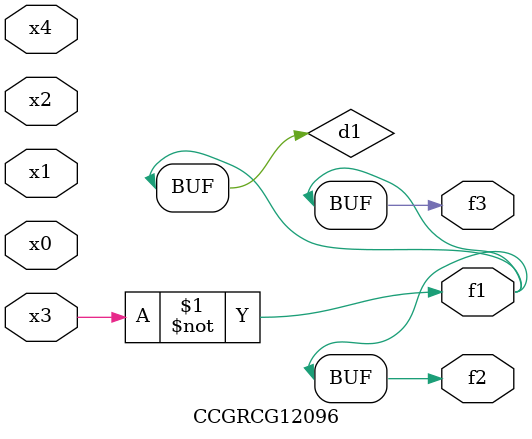
<source format=v>
module CCGRCG12096(
	input x0, x1, x2, x3, x4,
	output f1, f2, f3
);

	wire d1, d2;

	xnor (d1, x3);
	not (d2, x1);
	assign f1 = d1;
	assign f2 = d1;
	assign f3 = d1;
endmodule

</source>
